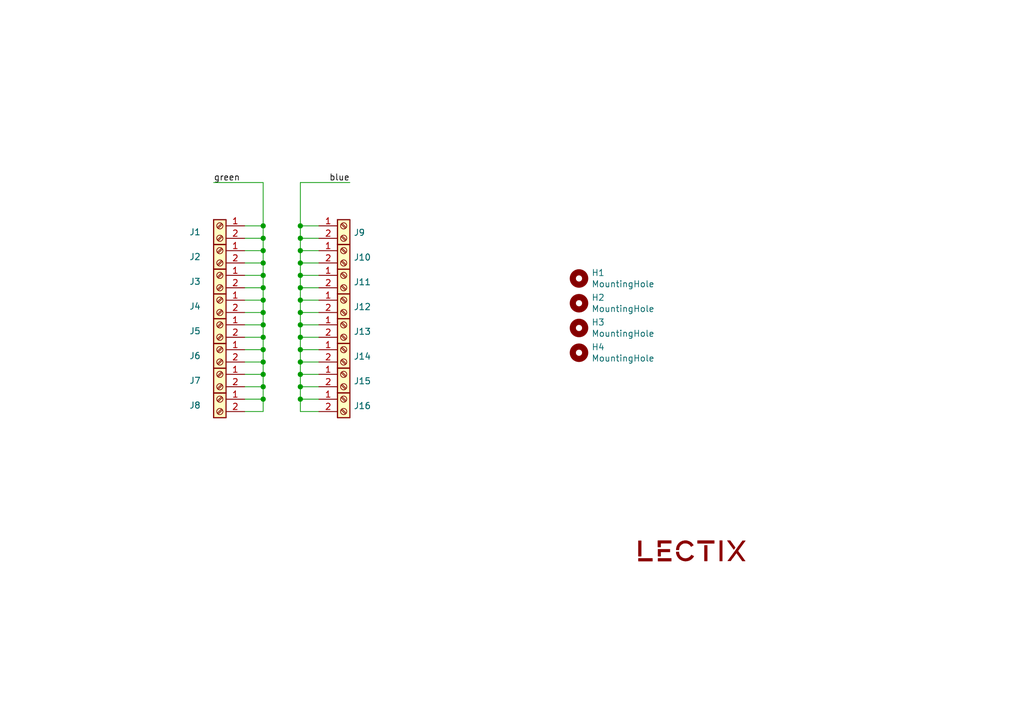
<source format=kicad_sch>
(kicad_sch (version 20211123) (generator eeschema)
  (paper "A5")
  (title_block (title "LEC030201 - Bornier de distribution sécable XL – 2 x 16 plots") (date "2023-04-19") (rev "1.0") (company "LECTIX"))
  (lib_symbols
    (symbol "0_connectors:Screw_Terminal_01x02_blue" (pin_names (offset 1.016) hide)
      (property "Reference" "J" (at 0 2.54 0))
      (property "Value" "0_connectors_Screw_Terminal_01x02_blue" (at 0 -5.08 0))
      (symbol "Screw_Terminal_01x02_blue_1_1"
        (rectangle (start -1.27 1.27) (end 1.27 -3.81) (stroke (width 0.254)) (fill (type background)))
        (circle (center 0 -2.54) (radius 0.635) (stroke (width 0.1524)))
        (polyline (pts (xy -0.5334 -2.2098) (xy 0.3302 -3.048)) (stroke (width 0.1524)))
        (polyline (pts (xy -0.5334 0.3302) (xy 0.3302 -0.508)) (stroke (width 0.1524)))
        (polyline (pts (xy -0.3556 -2.032) (xy 0.508 -2.8702)) (stroke (width 0.1524)))
        (polyline (pts (xy -0.3556 0.508) (xy 0.508 -0.3302)) (stroke (width 0.1524)))
        (circle (center 0 0) (radius 0.635) (stroke (width 0.1524)))
        (pin passive line (at -5.08 0 0) (length 3.81) (name "Pin_1") (number "1"))
        (pin passive line (at -5.08 -2.54 0) (length 3.81) (name "Pin_2") (number "2"))
      )
    )
    (symbol "0_connectors:Screw_Terminal_01x02_green" (pin_names (offset 1.016) hide)
      (property "Reference" "J" (at 0 2.54 0))
      (property "Value" "0_connectors_Screw_Terminal_01x02_green" (at 0 -5.08 0))
      (symbol "Screw_Terminal_01x02_green_1_1"
        (rectangle (start -1.27 1.27) (end 1.27 -3.81) (stroke (width 0.254)) (fill (type background)))
        (circle (center 0 -2.54) (radius 0.635) (stroke (width 0.1524)))
        (polyline (pts (xy -0.5334 -2.2098) (xy 0.3302 -3.048)) (stroke (width 0.1524)))
        (polyline (pts (xy -0.5334 0.3302) (xy 0.3302 -0.508)) (stroke (width 0.1524)))
        (polyline (pts (xy -0.3556 -2.032) (xy 0.508 -2.8702)) (stroke (width 0.1524)))
        (polyline (pts (xy -0.3556 0.508) (xy 0.508 -0.3302)) (stroke (width 0.1524)))
        (circle (center 0 0) (radius 0.635) (stroke (width 0.1524)))
        (pin passive line (at -5.08 0 0) (length 3.81) (name "Pin_1") (number "1"))
        (pin passive line (at -5.08 -2.54 0) (length 3.81) (name "Pin_2") (number "2"))
      )
    )
    (symbol "0_logos:logo_lectix_25mm" (pin_names (offset 1.016))
      (symbol "logo_lectix_25mm_0_0"
        (polyline (pts (xy -10.1092 2.0574) (xy -10.668 2.0574) (xy -10.668 -1.1176) (xy -10.1092 -1.1176) (xy -10.1092 2.0574)) (stroke (width 0.0254)) (fill (type outline)))
        (polyline (pts (xy -7.7978 -1.5748) (xy -10.668 -1.5748) (xy -10.668 -2.1336) (xy -7.7978 -2.1336) (xy -7.7978 -1.5748)) (stroke (width 0.0254)) (fill (type outline)))
        (polyline (pts (xy -3.937 -1.5748) (xy -6.6548 -1.5748) (xy -6.6548 -2.1336) (xy -3.937 -2.1336) (xy -3.937 -1.5748)) (stroke (width 0.0254)) (fill (type outline)))
        (polyline (pts (xy 3.429 1.0922) (xy 2.8702 1.0922) (xy 2.8702 -2.1082) (xy 3.429 -2.1082) (xy 3.429 1.0922)) (stroke (width 0.0254)) (fill (type outline)))
        (polyline (pts (xy 4.8768 2.0828) (xy 1.4478 2.0828) (xy 1.4478 1.524) (xy 4.8768 1.524) (xy 4.8768 2.0828)) (stroke (width 0.0254)) (fill (type outline)))
        (polyline (pts (xy 6.5278 2.0828) (xy 5.9944 2.0828) (xy 5.9944 -2.1082) (xy 6.5278 -2.1082) (xy 6.5278 2.0828)) (stroke (width 0.0254)) (fill (type outline)))
        (polyline (pts (xy -6.1214 -0.254) (xy -4.2164 -0.254) (xy -4.2164 0.3048) (xy -6.6548 0.3048) (xy -6.6548 -1.1176) (xy -6.1214 -1.1176) (xy -6.1214 -0.254)) (stroke (width 0.0254)) (fill (type outline)))
        (polyline (pts (xy -6.1214 1.5494) (xy -3.937 1.5494) (xy -3.937 2.0828) (xy -6.6802 2.0828) (xy -6.6802 0.762) (xy -6.1214 0.762) (xy -6.1214 1.5494)) (stroke (width 0.0254)) (fill (type outline)))
        (polyline (pts (xy 8.9916 0.381) (xy 9.017 0.4318) (xy 9.0424 0.4572) (xy 9.0678 0.508) (xy 9.0932 0.5334) (xy 9.1186 0.5842) (xy 9.144 0.6096) (xy 9.144 0.635) (xy 9.1694 0.635) (xy 9.1694 0.6604) (xy 9.1186 0.7112) (xy 9.0678 0.8128) (xy 9.017 0.8636) (xy 8.9916 0.9144) (xy 8.9408 0.9906) (xy 8.89 1.0414) (xy 8.8392 1.1176) (xy 8.763 1.1938) (xy 8.7122 1.2954) (xy 8.6614 1.3716) (xy 8.128 2.0828) (xy 7.5692 2.0828) (xy 7.5692 2.0574) (xy 7.5946 2.0574) (xy 7.5946 2.032) (xy 7.6454 1.9812) (xy 7.6708 1.9304) (xy 7.7216 1.8796) (xy 7.747 1.8034) (xy 7.7978 1.7526) (xy 7.8994 1.6002) (xy 7.9756 1.524) (xy 8.0264 1.4478) (xy 8.1026 1.3462) (xy 8.1534 1.2446) (xy 8.2296 1.1684) (xy 8.255 1.1176) (xy 8.3312 1.0414) (xy 8.382 0.9398) (xy 8.4582 0.8636) (xy 8.509 0.762) (xy 8.5598 0.6858) (xy 8.6868 0.5588) (xy 8.7122 0.4826) (xy 8.763 0.4318) (xy 8.7884 0.381) (xy 8.8392 0.3556) (xy 8.8646 0.3048) (xy 8.8646 0.2794) (xy 8.89 0.2794) (xy 8.9916 0.381)) (stroke (width 0.0254)) (fill (type outline)))
        (polyline (pts (xy -2.3622 0.2794) (xy -2.3368 0.381) (xy -2.3368 0.508) (xy -2.3114 0.6096) (xy -2.286 0.6858) (xy -2.2352 0.8128) (xy -2.1844 0.9144) (xy -2.032 1.1176) (xy -1.9304 1.1938) (xy -1.8542 1.2954) (xy -1.7526 1.3462) (xy -1.6256 1.4224) (xy -1.524 1.4732) (xy -1.397 1.524) (xy -1.27 1.5494) (xy -0.8636 1.5494) (xy -0.762 1.524) (xy -0.635 1.4986) (xy -0.5334 1.4478) (xy -0.4064 1.397) (xy -0.3048 1.3462) (xy -0.2032 1.27) (xy -0.0508 1.1176) (xy 0.0508 0.9652) (xy 0.1016 0.9144) (xy 0.1016 0.889) (xy 0.127 0.8636) (xy 0.1778 0.8636) (xy 0.2286 0.9144) (xy 0.2794 0.9398) (xy 0.3048 0.9652) (xy 0.4064 1.016) (xy 0.4318 1.0414) (xy 0.4826 1.0668) (xy 0.5334 1.1176) (xy 0.5588 1.1176) (xy 0.5842 1.143) (xy 0.5842 1.1684) (xy 0.5588 1.1938) (xy 0.5588 1.2192) (xy 0.5334 1.2192) (xy 0.4572 1.3462) (xy 0.3556 1.4478) (xy 0.254 1.5748) (xy 0.1524 1.6764) (xy -0.2286 1.905) (xy -0.5334 2.0066) (xy -0.6604 2.0574) (xy -0.8128 2.0828) (xy -1.27 2.0828) (xy -1.3208 2.0574) (xy -1.4478 2.032) (xy -1.6002 2.0066) (xy -1.7272 1.9558) (xy -1.8034 1.9304) (xy -1.9558 1.8542) (xy -2.0828 1.778) (xy -2.1844 1.7018) (xy -2.3114 1.6002) (xy -2.413 1.4986) (xy -2.5146 1.3716) (xy -2.5908 1.27) (xy -2.7432 1.016) (xy -2.794 0.8636) (xy -2.8448 0.7366) (xy -2.8702 0.5842) (xy -2.8956 0.4572) (xy -2.8956 0.3048) (xy -2.921 0.1778) (xy -2.3622 0.1778) (xy -2.3622 0.2794)) (stroke (width 0.0254)) (fill (type outline)))
        (polyline (pts (xy -0.8636 -2.1082) (xy -0.6604 -2.1082) (xy -0.6096 -2.0828) (xy -0.4826 -2.0574) (xy -0.1778 -1.9558) (xy 0.0762 -1.8034) (xy 0.2032 -1.7018) (xy 0.3048 -1.6002) (xy 0.4318 -1.4986) (xy 0.5334 -1.3716) (xy 0.6096 -1.2446) (xy 0.635 -1.1938) (xy 0.6858 -1.143) (xy 0.6604 -1.1176) (xy 0.635 -1.1176) (xy 0.6096 -1.0922) (xy 0.5842 -1.0922) (xy 0.5588 -1.0668) (xy 0.3556 -0.9652) (xy 0.3302 -0.9398) (xy 0.2794 -0.9398) (xy 0.254 -0.9144) (xy 0.2032 -0.889) (xy 0.1778 -0.889) (xy 0.1778 -0.8636) (xy 0.1524 -0.889) (xy 0.1524 -0.9144) (xy 0.127 -0.9652) (xy -0.0254 -1.1684) (xy -0.3302 -1.397) (xy -0.4318 -1.4478) (xy -0.6858 -1.5494) (xy -0.7874 -1.5748) (xy -0.8382 -1.5748) (xy -0.9144 -1.6002) (xy -1.1684 -1.6002) (xy -1.27 -1.5748) (xy -1.397 -1.5494) (xy -1.651 -1.4478) (xy -1.7526 -1.3716) (xy -1.8542 -1.3208) (xy -1.8542 -1.2954) (xy -1.9558 -1.2192) (xy -2.0574 -1.1176) (xy -2.1336 -1.016) (xy -2.1844 -0.9144) (xy -2.2606 -0.8128) (xy -2.286 -0.6858) (xy -2.3368 -0.5588) (xy -2.3622 -0.4572) (xy -2.3622 -0.254) (xy -2.921 -0.254) (xy -2.921 -0.4318) (xy -2.8956 -0.4572) (xy -2.8956 -0.6096) (xy -2.8448 -0.762) (xy -2.794 -0.889) (xy -2.7432 -1.0414) (xy -2.5908 -1.2954) (xy -2.3876 -1.5494) (xy -2.3368 -1.5748) (xy -2.286 -1.651) (xy -2.2098 -1.7018) (xy -2.159 -1.7526) (xy -2.0828 -1.8034) (xy -2.0574 -1.8034) (xy -1.8034 -1.9558) (xy -1.651 -2.0066) (xy -1.524 -2.0574) (xy -1.3716 -2.0828) (xy -1.2446 -2.1082) (xy -1.1938 -2.1082) (xy -1.1684 -2.1336) (xy -0.9144 -2.1336) (xy -0.8636 -2.1082)) (stroke (width 0.0254)) (fill (type outline)))
        (polyline (pts (xy 11.2014 -2.0574) (xy 11.1506 -2.0066) (xy 11.1252 -1.9558) (xy 11.0236 -1.8542) (xy 10.8204 -1.5494) (xy 10.7442 -1.4478) (xy 10.6934 -1.3716) (xy 10.4648 -1.0668) (xy 10.4394 -1.016) (xy 10.287 -0.8128) (xy 10.2362 -0.7366) (xy 10.16 -0.635) (xy 10.1092 -0.5588) (xy 10.033 -0.4826) (xy 9.8806 -0.254) (xy 9.8552 -0.2032) (xy 9.8044 -0.1524) (xy 9.779 -0.1016) (xy 9.7536 -0.0762) (xy 9.7536 -0.0508) (xy 9.7282 -0.0508) (xy 9.7282 -0.0254) (xy 9.779 0.0254) (xy 9.8044 0.0762) (xy 9.8298 0.1016) (xy 9.8806 0.1778) (xy 9.906 0.2286) (xy 9.9568 0.3048) (xy 10.033 0.381) (xy 10.1346 0.5334) (xy 10.2108 0.6096) (xy 10.2616 0.7112) (xy 10.4902 1.016) (xy 11.2522 2.0574) (xy 10.668 2.0574) (xy 10.668 2.032) (xy 10.6426 2.0066) (xy 10.5918 1.905) (xy 10.4902 1.8034) (xy 10.3886 1.651) (xy 10.3124 1.5748) (xy 10.2616 1.4732) (xy 10.033 1.1684) (xy 9.9314 1.0414) (xy 9.8552 0.9398) (xy 9.7536 0.8128) (xy 9.6774 0.6858) (xy 9.5758 0.5334) (xy 9.4742 0.4064) (xy 9.3726 0.254) (xy 9.271 0.127) (xy 9.1694 -0.0254) (xy 7.6454 -2.0828) (xy 8.2296 -2.0828) (xy 8.255 -2.0574) (xy 8.255 -2.032) (xy 8.3058 -1.9812) (xy 8.3312 -1.9304) (xy 8.382 -1.8796) (xy 8.4074 -1.8288) (xy 8.5598 -1.6002) (xy 8.636 -1.524) (xy 8.6868 -1.4478) (xy 8.763 -1.3462) (xy 8.8392 -1.27) (xy 8.89 -1.1938) (xy 8.9408 -1.0922) (xy 9.017 -1.016) (xy 9.2202 -0.7112) (xy 9.3218 -0.6096) (xy 9.3726 -0.508) (xy 9.4234 -0.4572) (xy 9.4234 -0.4318) (xy 9.4488 -0.4318) (xy 9.4488 -0.4572) (xy 9.525 -0.5334) (xy 9.5504 -0.5842) (xy 9.6012 -0.635) (xy 9.6266 -0.7112) (xy 9.6774 -0.762) (xy 9.779 -0.9144) (xy 9.8552 -0.9906) (xy 9.906 -1.0922) (xy 9.9822 -1.1684) (xy 10.033 -1.27) (xy 10.6426 -2.1082) (xy 11.2014 -2.1082) (xy 11.2014 -2.0574)) (stroke (width 0.0254)) (fill (type outline)))
      )
    )
    (symbol "Mechanical:MountingHole" (pin_names (offset 1.016))
      (property "Reference" "H" (at 0 5.08 0))
      (property "Value" "MountingHole" (at 0 3.175 0))
      (symbol "MountingHole_0_1"
        (circle (center 0 0) (radius 1.27) (stroke (width 1.27)))
      )
    )
  )
  (junction (at 61.595 66.675))
  (junction (at 53.975 53.975))
  (junction (at 53.975 81.915))
  (junction (at 61.595 64.135))
  (junction (at 53.975 59.055))
  (junction (at 53.975 51.435))
  (junction (at 61.595 51.435))
  (junction (at 61.595 61.595))
  (junction (at 61.595 59.055))
  (junction (at 53.975 74.295))
  (junction (at 61.595 76.835))
  (junction (at 61.595 53.975))
  (junction (at 61.595 81.915))
  (junction (at 61.595 56.515))
  (junction (at 53.975 69.215))
  (junction (at 53.975 76.835))
  (junction (at 53.975 71.755))
  (junction (at 53.975 79.375))
  (junction (at 53.975 46.355))
  (junction (at 61.595 79.375))
  (junction (at 61.595 69.215))
  (junction (at 53.975 48.895))
  (junction (at 53.975 64.135))
  (junction (at 61.595 46.355))
  (junction (at 53.975 66.675))
  (junction (at 61.595 48.895))
  (junction (at 61.595 74.295))
  (junction (at 53.975 61.595))
  (junction (at 53.975 56.515))
  (junction (at 61.595 71.755))
  (wire (pts (xy 53.975 59.055) (xy 53.975 61.595)))
  (wire (pts (xy 61.595 84.455) (xy 61.595 81.915)))
  (wire (pts (xy 53.975 66.675) (xy 53.975 69.215)))
  (wire (pts (xy 50.165 61.595) (xy 53.975 61.595)))
  (wire (pts (xy 50.165 76.835) (xy 53.975 76.835)))
  (wire (pts (xy 65.405 59.055) (xy 61.595 59.055)))
  (wire (pts (xy 50.165 48.895) (xy 53.975 48.895)))
  (wire (pts (xy 61.595 69.215) (xy 61.595 66.675)))
  (wire (pts (xy 53.975 37.465) (xy 53.975 46.355)))
  (wire (pts (xy 65.405 64.135) (xy 61.595 64.135)))
  (wire (pts (xy 50.165 69.215) (xy 53.975 69.215)))
  (wire (pts (xy 53.975 74.295) (xy 53.975 76.835)))
  (wire (pts (xy 61.595 66.675) (xy 61.595 64.135)))
  (wire (pts (xy 53.975 81.915) (xy 53.975 84.455)))
  (wire (pts (xy 53.975 53.975) (xy 53.975 56.515)))
  (wire (pts (xy 65.405 66.675) (xy 61.595 66.675)))
  (wire (pts (xy 53.975 84.455) (xy 50.165 84.455)))
  (wire (pts (xy 50.165 46.355) (xy 53.975 46.355)))
  (wire (pts (xy 53.975 56.515) (xy 53.975 59.055)))
  (wire (pts (xy 53.975 69.215) (xy 53.975 71.755)))
  (wire (pts (xy 65.405 51.435) (xy 61.595 51.435)))
  (wire (pts (xy 65.405 48.895) (xy 61.595 48.895)))
  (wire (pts (xy 65.405 79.375) (xy 61.595 79.375)))
  (wire (pts (xy 53.975 71.755) (xy 53.975 74.295)))
  (wire (pts (xy 50.165 51.435) (xy 53.975 51.435)))
  (wire (pts (xy 61.595 37.465) (xy 71.755 37.465)))
  (wire (pts (xy 61.595 56.515) (xy 61.595 53.975)))
  (wire (pts (xy 61.595 61.595) (xy 61.595 59.055)))
  (wire (pts (xy 61.595 64.135) (xy 61.595 61.595)))
  (wire (pts (xy 50.165 66.675) (xy 53.975 66.675)))
  (wire (pts (xy 43.815 37.465) (xy 53.975 37.465)))
  (wire (pts (xy 50.165 59.055) (xy 53.975 59.055)))
  (wire (pts (xy 61.595 71.755) (xy 61.595 69.215)))
  (wire (pts (xy 65.405 84.455) (xy 61.595 84.455)))
  (wire (pts (xy 65.405 81.915) (xy 61.595 81.915)))
  (wire (pts (xy 61.595 79.375) (xy 61.595 76.835)))
  (wire (pts (xy 53.975 79.375) (xy 53.975 81.915)))
  (wire (pts (xy 53.975 46.355) (xy 53.975 48.895)))
  (wire (pts (xy 65.405 46.355) (xy 61.595 46.355)))
  (wire (pts (xy 53.975 61.595) (xy 53.975 64.135)))
  (wire (pts (xy 53.975 64.135) (xy 53.975 66.675)))
  (wire (pts (xy 53.975 51.435) (xy 53.975 53.975)))
  (wire (pts (xy 65.405 74.295) (xy 61.595 74.295)))
  (wire (pts (xy 53.975 48.895) (xy 53.975 51.435)))
  (wire (pts (xy 61.595 48.895) (xy 61.595 46.355)))
  (wire (pts (xy 50.165 71.755) (xy 53.975 71.755)))
  (wire (pts (xy 50.165 56.515) (xy 53.975 56.515)))
  (wire (pts (xy 61.595 76.835) (xy 61.595 74.295)))
  (wire (pts (xy 61.595 51.435) (xy 61.595 48.895)))
  (wire (pts (xy 50.165 79.375) (xy 53.975 79.375)))
  (wire (pts (xy 50.165 74.295) (xy 53.975 74.295)))
  (wire (pts (xy 65.405 61.595) (xy 61.595 61.595)))
  (wire (pts (xy 50.165 81.915) (xy 53.975 81.915)))
  (wire (pts (xy 61.595 74.295) (xy 61.595 71.755)))
  (wire (pts (xy 65.405 71.755) (xy 61.595 71.755)))
  (wire (pts (xy 65.405 76.835) (xy 61.595 76.835)))
  (wire (pts (xy 61.595 81.915) (xy 61.595 79.375)))
  (wire (pts (xy 53.975 76.835) (xy 53.975 79.375)))
  (wire (pts (xy 53.975 64.135) (xy 50.165 64.135)))
  (wire (pts (xy 65.405 56.515) (xy 61.595 56.515)))
  (wire (pts (xy 65.405 69.215) (xy 61.595 69.215)))
  (wire (pts (xy 61.595 53.975) (xy 61.595 51.435)))
  (wire (pts (xy 61.595 46.355) (xy 61.595 37.465)))
  (wire (pts (xy 65.405 53.975) (xy 61.595 53.975)))
  (wire (pts (xy 50.165 53.975) (xy 53.975 53.975)))
  (wire (pts (xy 61.595 59.055) (xy 61.595 56.515)))
  (label "blue" (at 71.755 37.465 180))
  (label "green" (at 43.815 37.465 0))
  (symbol (lib_id "0_logos:logo_lectix_25mm") (at 141.605 113.03 0) (unit 1)
    (property "Reference" "LOGO1" (effects hide))
    (property "Value" "logo_lectix_25mm" (effects hide))
    (property "Footprint" "0_logos:Logo_10mm" (effects hide))
  )
  (symbol (lib_id "0_connectors:Screw_Terminal_01x02_blue") (at 70.485 46.355 0) (unit 1)
    (property "Reference" "J9" (at 72.517 47.7266 0) (effects (justify left)))
    (property "Value" "Screw_Terminal_01x02_blue" (effects hide))
    (property "Footprint" "0_connectors:TerminalBlock_bornier-2_P5.08mm-blue" (effects hide))
    (property "Datasheet" "https://datasheet.lcsc.com/szlcsc/1912111437_DIBO-DB301V-5-0-2P-BU-S_C395882.pdf" (effects hide))
    (property "LCSC" "C395882" (effects hide))
    (property "MPN" "DB301V-5.0-2P-BU-S" (effects hide))
    (property "Supplier" "LCSC" (effects hide))
    (property "Mfr" "DIBO" (effects hide))
    (property "JLCPCB_CORRECTION" "2.54;0;0" (effects hide))
  )
  (symbol (lib_id "0_connectors:Screw_Terminal_01x02_green") (at 45.085 46.355 0) (mirror y) (unit 1)
    (property "Reference" "J1" (at 40.005 47.625 0))
    (property "Value" "Screw_Terminal_01x02_green" (effects hide))
    (property "Footprint" "0_connectors:TerminalBlock_bornier-2_P5.08mm-green" (effects hide))
    (property "Datasheet" "https://datasheet.lcsc.com/szlcsc/1912111437_DIBO-DB126V-5-0-2P-GN_C395849.pdf" (effects hide))
    (property "LCSC" "C395849" (effects hide))
    (property "MPN" "DB126V-5.0-2P-GN" (effects hide))
    (property "Supplier" "LCSC" (effects hide))
    (property "Mfr" "DIBO" (effects hide))
    (property "JLCPCB_CORRECTION" "2.54;0;0" (effects hide))
  )
  (symbol (lib_id "0_connectors:Screw_Terminal_01x02_blue") (at 70.485 51.435 0) (unit 1)
    (property "Reference" "J10" (at 72.517 52.8066 0) (effects (justify left)))
    (property "Value" "Screw_Terminal_01x02_blue" (effects hide))
    (property "Footprint" "0_connectors:TerminalBlock_bornier-2_P5.08mm-blue" (effects hide))
    (property "Datasheet" "https://datasheet.lcsc.com/szlcsc/1912111437_DIBO-DB301V-5-0-2P-BU-S_C395882.pdf" (effects hide))
    (property "LCSC" "C395882" (effects hide))
    (property "MPN" "DB301V-5.0-2P-BU-S" (effects hide))
    (property "Supplier" "LCSC" (effects hide))
    (property "Mfr" "DIBO" (effects hide))
    (property "JLCPCB_CORRECTION" "2.54;0;0" (effects hide))
  )
  (symbol (lib_id "0_connectors:Screw_Terminal_01x02_blue") (at 70.485 56.515 0) (unit 1)
    (property "Reference" "J11" (at 72.517 57.8866 0) (effects (justify left)))
    (property "Value" "Screw_Terminal_01x02_blue" (effects hide))
    (property "Footprint" "0_connectors:TerminalBlock_bornier-2_P5.08mm-blue" (effects hide))
    (property "Datasheet" "https://datasheet.lcsc.com/szlcsc/1912111437_DIBO-DB301V-5-0-2P-BU-S_C395882.pdf" (effects hide))
    (property "LCSC" "C395882" (effects hide))
    (property "MPN" "DB301V-5.0-2P-BU-S" (effects hide))
    (property "Supplier" "LCSC" (effects hide))
    (property "Mfr" "DIBO" (effects hide))
    (property "JLCPCB_CORRECTION" "2.54;0;0" (effects hide))
  )
  (symbol (lib_id "0_connectors:Screw_Terminal_01x02_blue") (at 70.485 61.595 0) (unit 1)
    (property "Reference" "J12" (at 72.517 62.9666 0) (effects (justify left)))
    (property "Value" "Screw_Terminal_01x02_blue" (effects hide))
    (property "Footprint" "0_connectors:TerminalBlock_bornier-2_P5.08mm-blue" (effects hide))
    (property "Datasheet" "https://datasheet.lcsc.com/szlcsc/1912111437_DIBO-DB301V-5-0-2P-BU-S_C395882.pdf" (effects hide))
    (property "LCSC" "C395882" (effects hide))
    (property "MPN" "DB301V-5.0-2P-BU-S" (effects hide))
    (property "Supplier" "LCSC" (effects hide))
    (property "Mfr" "DIBO" (effects hide))
    (property "JLCPCB_CORRECTION" "2.54;0;0" (effects hide))
  )
  (symbol (lib_id "0_connectors:Screw_Terminal_01x02_green") (at 45.085 51.435 0) (mirror y) (unit 1)
    (property "Reference" "J2" (at 40.005 52.705 0))
    (property "Value" "Screw_Terminal_01x02_green" (effects hide))
    (property "Footprint" "0_connectors:TerminalBlock_bornier-2_P5.08mm-green" (effects hide))
    (property "Datasheet" "https://datasheet.lcsc.com/szlcsc/1912111437_DIBO-DB126V-5-0-2P-GN_C395849.pdf" (effects hide))
    (property "LCSC" "C395849" (effects hide))
    (property "MPN" "DB126V-5.0-2P-GN" (effects hide))
    (property "Supplier" "LCSC" (effects hide))
    (property "Mfr" "DIBO" (effects hide))
    (property "JLCPCB_CORRECTION" "2.54;0;0" (effects hide))
  )
  (symbol (lib_id "0_connectors:Screw_Terminal_01x02_green") (at 45.085 56.515 0) (mirror y) (unit 1)
    (property "Reference" "J3" (at 40.005 57.785 0))
    (property "Value" "Screw_Terminal_01x02_green" (effects hide))
    (property "Footprint" "0_connectors:TerminalBlock_bornier-2_P5.08mm-green" (effects hide))
    (property "Datasheet" "https://datasheet.lcsc.com/szlcsc/1912111437_DIBO-DB126V-5-0-2P-GN_C395849.pdf" (effects hide))
    (property "LCSC" "C395849" (effects hide))
    (property "MPN" "DB126V-5.0-2P-GN" (effects hide))
    (property "Supplier" "LCSC" (effects hide))
    (property "Mfr" "DIBO" (effects hide))
    (property "JLCPCB_CORRECTION" "2.54;0;0" (effects hide))
  )
  (symbol (lib_id "0_connectors:Screw_Terminal_01x02_green") (at 45.085 61.595 0) (mirror y) (unit 1)
    (property "Reference" "J4" (at 40.005 62.865 0))
    (property "Value" "Screw_Terminal_01x02_green" (effects hide))
    (property "Footprint" "0_connectors:TerminalBlock_bornier-2_P5.08mm-green" (effects hide))
    (property "Datasheet" "https://datasheet.lcsc.com/szlcsc/1912111437_DIBO-DB126V-5-0-2P-GN_C395849.pdf" (effects hide))
    (property "LCSC" "C395849" (effects hide))
    (property "MPN" "DB126V-5.0-2P-GN" (effects hide))
    (property "Supplier" "LCSC" (effects hide))
    (property "Mfr" "DIBO" (effects hide))
    (property "JLCPCB_CORRECTION" "2.54;0;0" (effects hide))
  )
  (symbol (lib_id "Mechanical:MountingHole") (at 118.745 57.15 0) (unit 1)
    (property "Reference" "H1" (at 121.285 55.9816 0) (effects (justify left)))
    (property "Value" "MountingHole" (at 121.285 58.293 0) (effects (justify left)))
    (property "Footprint" "0_mechanical:MountingHole_3.2mm_M3" (effects hide))
  )
  (symbol (lib_id "Mechanical:MountingHole") (at 118.745 62.23 0) (unit 1)
    (property "Reference" "H2" (at 121.285 61.0616 0) (effects (justify left)))
    (property "Value" "MountingHole" (at 121.285 63.373 0) (effects (justify left)))
    (property "Footprint" "0_mechanical:MountingHole_3.2mm_M3" (effects hide))
  )
  (symbol (lib_id "Mechanical:MountingHole") (at 118.745 67.31 0) (unit 1)
    (property "Reference" "H3" (at 121.285 66.1416 0) (effects (justify left)))
    (property "Value" "MountingHole" (at 121.285 68.453 0) (effects (justify left)))
    (property "Footprint" "0_mechanical:MountingHole_3.2mm_M3" (effects hide))
  )
  (symbol (lib_id "Mechanical:MountingHole") (at 118.745 72.39 0) (unit 1)
    (property "Reference" "H4" (at 121.285 71.2216 0) (effects (justify left)))
    (property "Value" "MountingHole" (at 121.285 73.533 0) (effects (justify left)))
    (property "Footprint" "0_mechanical:MountingHole_3.2mm_M3" (effects hide))
  )
  (symbol (lib_id "0_connectors:Screw_Terminal_01x02_green") (at 45.085 66.675 0) (mirror y) (unit 1)
    (property "Reference" "J5" (at 40.005 67.945 0))
    (property "Value" "Screw_Terminal_01x02_green" (effects hide))
    (property "Footprint" "0_connectors:TerminalBlock_bornier-2_P5.08mm-green" (effects hide))
    (property "Datasheet" "https://datasheet.lcsc.com/szlcsc/1912111437_DIBO-DB126V-5-0-2P-GN_C395849.pdf" (effects hide))
    (property "LCSC" "C395849" (effects hide))
    (property "MPN" "DB126V-5.0-2P-GN" (effects hide))
    (property "Supplier" "LCSC" (effects hide))
    (property "Mfr" "DIBO" (effects hide))
    (property "JLCPCB_CORRECTION" "2.54;0;0" (effects hide))
  )
  (symbol (lib_id "0_connectors:Screw_Terminal_01x02_green") (at 45.085 71.755 0) (mirror y) (unit 1)
    (property "Reference" "J6" (at 40.005 73.025 0))
    (property "Value" "Screw_Terminal_01x02_green" (effects hide))
    (property "Footprint" "0_connectors:TerminalBlock_bornier-2_P5.08mm-green" (effects hide))
    (property "Datasheet" "https://datasheet.lcsc.com/szlcsc/1912111437_DIBO-DB126V-5-0-2P-GN_C395849.pdf" (effects hide))
    (property "LCSC" "C395849" (effects hide))
    (property "MPN" "DB126V-5.0-2P-GN" (effects hide))
    (property "Supplier" "LCSC" (effects hide))
    (property "Mfr" "DIBO" (effects hide))
    (property "JLCPCB_CORRECTION" "2.54;0;0" (effects hide))
  )
  (symbol (lib_id "0_connectors:Screw_Terminal_01x02_green") (at 45.085 76.835 0) (mirror y) (unit 1)
    (property "Reference" "J7" (at 40.005 78.105 0))
    (property "Value" "Screw_Terminal_01x02_green" (effects hide))
    (property "Footprint" "0_connectors:TerminalBlock_bornier-2_P5.08mm-green" (effects hide))
    (property "Datasheet" "https://datasheet.lcsc.com/szlcsc/1912111437_DIBO-DB126V-5-0-2P-GN_C395849.pdf" (effects hide))
    (property "LCSC" "C395849" (effects hide))
    (property "MPN" "DB126V-5.0-2P-GN" (effects hide))
    (property "Supplier" "LCSC" (effects hide))
    (property "Mfr" "DIBO" (effects hide))
    (property "JLCPCB_CORRECTION" "2.54;0;0" (effects hide))
  )
  (symbol (lib_id "0_connectors:Screw_Terminal_01x02_green") (at 45.085 81.915 0) (mirror y) (unit 1)
    (property "Reference" "J8" (at 40.005 83.185 0))
    (property "Value" "Screw_Terminal_01x02_green" (effects hide))
    (property "Footprint" "0_connectors:TerminalBlock_bornier-2_P5.08mm-green" (effects hide))
    (property "Datasheet" "https://datasheet.lcsc.com/szlcsc/1912111437_DIBO-DB126V-5-0-2P-GN_C395849.pdf" (effects hide))
    (property "LCSC" "C395849" (effects hide))
    (property "MPN" "DB126V-5.0-2P-GN" (effects hide))
    (property "Supplier" "LCSC" (effects hide))
    (property "Mfr" "DIBO" (effects hide))
    (property "JLCPCB_CORRECTION" "2.54;0;0" (effects hide))
  )
  (symbol (lib_id "0_connectors:Screw_Terminal_01x02_blue") (at 70.485 66.675 0) (unit 1)
    (property "Reference" "J13" (at 72.517 68.0466 0) (effects (justify left)))
    (property "Value" "Screw_Terminal_01x02_blue" (effects hide))
    (property "Footprint" "0_connectors:TerminalBlock_bornier-2_P5.08mm-blue" (effects hide))
    (property "Datasheet" "https://datasheet.lcsc.com/szlcsc/1912111437_DIBO-DB301V-5-0-2P-BU-S_C395882.pdf" (effects hide))
    (property "LCSC" "C395882" (effects hide))
    (property "MPN" "DB301V-5.0-2P-BU-S" (effects hide))
    (property "Supplier" "LCSC" (effects hide))
    (property "Mfr" "DIBO" (effects hide))
    (property "JLCPCB_CORRECTION" "2.54;0;0" (effects hide))
  )
  (symbol (lib_id "0_connectors:Screw_Terminal_01x02_blue") (at 70.485 71.755 0) (unit 1)
    (property "Reference" "J14" (at 72.517 73.1266 0) (effects (justify left)))
    (property "Value" "Screw_Terminal_01x02_blue" (effects hide))
    (property "Footprint" "0_connectors:TerminalBlock_bornier-2_P5.08mm-blue" (effects hide))
    (property "Datasheet" "https://datasheet.lcsc.com/szlcsc/1912111437_DIBO-DB301V-5-0-2P-BU-S_C395882.pdf" (effects hide))
    (property "LCSC" "C395882" (effects hide))
    (property "MPN" "DB301V-5.0-2P-BU-S" (effects hide))
    (property "Supplier" "LCSC" (effects hide))
    (property "Mfr" "DIBO" (effects hide))
    (property "JLCPCB_CORRECTION" "2.54;0;0" (effects hide))
  )
  (symbol (lib_id "0_connectors:Screw_Terminal_01x02_blue") (at 70.485 76.835 0) (unit 1)
    (property "Reference" "J15" (at 72.517 78.2066 0) (effects (justify left)))
    (property "Value" "Screw_Terminal_01x02_blue" (effects hide))
    (property "Footprint" "0_connectors:TerminalBlock_bornier-2_P5.08mm-blue" (effects hide))
    (property "Datasheet" "https://datasheet.lcsc.com/szlcsc/1912111437_DIBO-DB301V-5-0-2P-BU-S_C395882.pdf" (effects hide))
    (property "LCSC" "C395882" (effects hide))
    (property "MPN" "DB301V-5.0-2P-BU-S" (effects hide))
    (property "Supplier" "LCSC" (effects hide))
    (property "Mfr" "DIBO" (effects hide))
    (property "JLCPCB_CORRECTION" "2.54;0;0" (effects hide))
  )
  (symbol (lib_id "0_connectors:Screw_Terminal_01x02_blue") (at 70.485 81.915 0) (unit 1)
    (property "Reference" "J16" (at 72.517 83.2866 0) (effects (justify left)))
    (property "Value" "Screw_Terminal_01x02_blue" (effects hide))
    (property "Footprint" "0_connectors:TerminalBlock_bornier-2_P5.08mm-blue" (effects hide))
    (property "Datasheet" "https://datasheet.lcsc.com/szlcsc/1912111437_DIBO-DB301V-5-0-2P-BU-S_C395882.pdf" (effects hide))
    (property "LCSC" "C395882" (effects hide))
    (property "MPN" "DB301V-5.0-2P-BU-S" (effects hide))
    (property "Supplier" "LCSC" (effects hide))
    (property "Mfr" "DIBO" (effects hide))
    (property "JLCPCB_CORRECTION" "2.54;0;0" (effects hide))
  )
)
</source>
